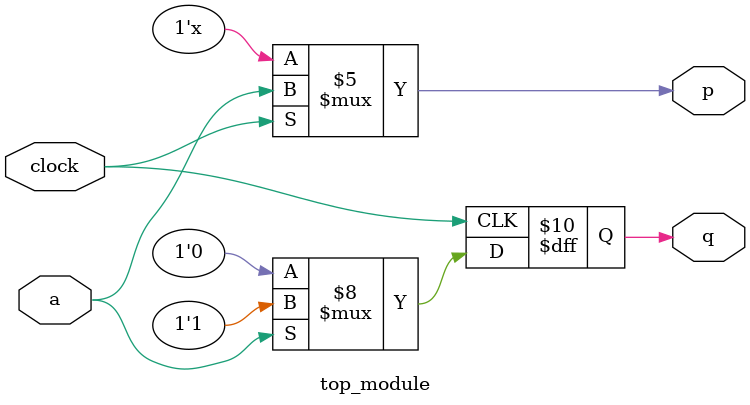
<source format=v>
module top_module (
    input clock,
    input a,
    output p,
    output q );

    reg q1;
    always @(negedge clock) begin
        if(a==1)
        	q <= 1;
        else
            q <= 0;
    end
    
    always @(*) begin
        if(clock)
            p = a;
    end
    
endmodule

</source>
